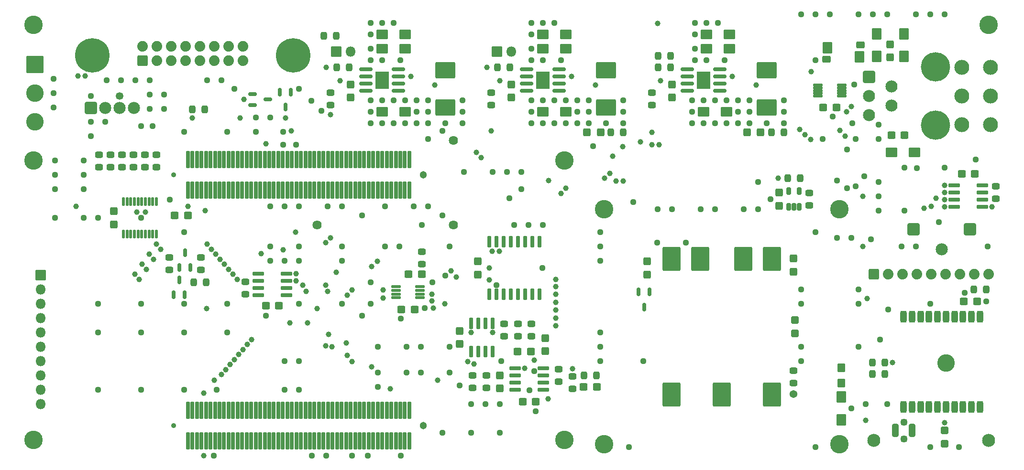
<source format=gbr>
G04 #@! TF.GenerationSoftware,KiCad,Pcbnew,8.0.6*
G04 #@! TF.CreationDate,2025-01-24T10:30:09-05:00*
G04 #@! TF.ProjectId,clock,636c6f63-6b2e-46b6-9963-61645f706362,rev?*
G04 #@! TF.SameCoordinates,Original*
G04 #@! TF.FileFunction,Soldermask,Top*
G04 #@! TF.FilePolarity,Negative*
%FSLAX46Y46*%
G04 Gerber Fmt 4.6, Leading zero omitted, Abs format (unit mm)*
G04 Created by KiCad (PCBNEW 8.0.6) date 2025-01-24 10:30:09*
%MOMM*%
%LPD*%
G01*
G04 APERTURE LIST*
G04 Aperture macros list*
%AMRoundRect*
0 Rectangle with rounded corners*
0 $1 Rounding radius*
0 $2 $3 $4 $5 $6 $7 $8 $9 X,Y pos of 4 corners*
0 Add a 4 corners polygon primitive as box body*
4,1,4,$2,$3,$4,$5,$6,$7,$8,$9,$2,$3,0*
0 Add four circle primitives for the rounded corners*
1,1,$1+$1,$2,$3*
1,1,$1+$1,$4,$5*
1,1,$1+$1,$6,$7*
1,1,$1+$1,$8,$9*
0 Add four rect primitives between the rounded corners*
20,1,$1+$1,$2,$3,$4,$5,0*
20,1,$1+$1,$4,$5,$6,$7,0*
20,1,$1+$1,$6,$7,$8,$9,0*
20,1,$1+$1,$8,$9,$2,$3,0*%
G04 Aperture macros list end*
%ADD10RoundRect,0.050800X0.850000X-0.850000X0.850000X0.850000X-0.850000X0.850000X-0.850000X-0.850000X0*%
%ADD11O,1.801600X1.801600*%
%ADD12RoundRect,0.175400X-0.175400X0.850400X-0.175400X-0.850400X0.175400X-0.850400X0.175400X0.850400X0*%
%ADD13RoundRect,0.175400X-0.850400X-0.175400X0.850400X-0.175400X0.850400X0.175400X-0.850400X0.175400X0*%
%ADD14RoundRect,0.112900X-0.750400X-0.112900X0.750400X-0.112900X0.750400X0.112900X-0.750400X0.112900X0*%
%ADD15RoundRect,0.175400X0.850400X0.175400X-0.850400X0.175400X-0.850400X-0.175400X0.850400X-0.175400X0*%
%ADD16RoundRect,0.262500X-0.804300X-0.804300X0.804300X-0.804300X0.804300X0.804300X-0.804300X0.804300X0*%
%ADD17C,2.133600*%
%ADD18RoundRect,0.258333X1.316467X-1.887967X1.316467X1.887967X-1.316467X1.887967X-1.316467X-1.887967X0*%
%ADD19RoundRect,0.157900X0.157900X-0.882900X0.157900X0.882900X-0.157900X0.882900X-0.157900X-0.882900X0*%
%ADD20RoundRect,0.265875X-0.584925X0.784925X-0.584925X-0.784925X0.584925X-0.784925X0.584925X0.784925X0*%
%ADD21RoundRect,0.265875X0.784925X0.584925X-0.784925X0.584925X-0.784925X-0.584925X0.784925X-0.584925X0*%
%ADD22C,5.181600*%
%ADD23RoundRect,0.258912X-1.491888X1.216888X-1.491888X-1.216888X1.491888X-1.216888X1.491888X1.216888X0*%
%ADD24RoundRect,0.258467X-1.292333X1.292333X-1.292333X-1.292333X1.292333X-1.292333X1.292333X1.292333X0*%
%ADD25C,3.101600*%
%ADD26C,1.351600*%
%ADD27RoundRect,0.262451X-0.808349X-0.808349X0.808349X-0.808349X0.808349X0.808349X-0.808349X0.808349X0*%
%ADD28C,2.141600*%
%ADD29RoundRect,0.275400X-0.275400X0.275400X-0.275400X-0.275400X0.275400X-0.275400X0.275400X0.275400X0*%
%ADD30RoundRect,0.274190X-0.301610X0.876610X-0.301610X-0.876610X0.301610X-0.876610X0.301610X0.876610X0*%
%ADD31C,2.301600*%
%ADD32RoundRect,0.264286X-0.675514X-0.675514X0.675514X-0.675514X0.675514X0.675514X-0.675514X0.675514X0*%
%ADD33C,1.879600*%
%ADD34RoundRect,0.275400X-0.275400X0.775400X-0.275400X-0.775400X0.275400X-0.775400X0.275400X0.775400X0*%
%ADD35R,2.400000X3.100000*%
%ADD36RoundRect,0.150400X-1.000400X-0.150400X1.000400X-0.150400X1.000400X0.150400X-1.000400X0.150400X0*%
%ADD37C,3.276600*%
%ADD38RoundRect,0.265875X0.584925X-0.784925X0.584925X0.784925X-0.584925X0.784925X-0.584925X-0.784925X0*%
%ADD39RoundRect,0.265875X-0.784925X-0.584925X0.784925X-0.584925X0.784925X0.584925X-0.784925X0.584925X0*%
%ADD40RoundRect,0.265385X0.610915X0.788715X-0.610915X0.788715X-0.610915X-0.788715X0.610915X-0.788715X0*%
%ADD41RoundRect,0.272222X0.477078X0.350078X-0.477078X0.350078X-0.477078X-0.350078X0.477078X-0.350078X0*%
%ADD42RoundRect,0.125400X-0.737900X-0.125400X0.737900X-0.125400X0.737900X0.125400X-0.737900X0.125400X0*%
%ADD43C,0.901600*%
%ADD44C,1.301600*%
%ADD45RoundRect,0.150400X-0.150400X-1.400400X0.150400X-1.400400X0.150400X1.400400X-0.150400X1.400400X0*%
%ADD46RoundRect,0.125400X0.125400X-0.662900X0.125400X0.662900X-0.125400X0.662900X-0.125400X-0.662900X0*%
%ADD47RoundRect,0.262451X0.808349X0.808349X-0.808349X0.808349X-0.808349X-0.808349X0.808349X-0.808349X0*%
%ADD48C,1.117600*%
%ADD49C,6.101600*%
%ADD50RoundRect,0.264286X0.675514X-0.675514X0.675514X0.675514X-0.675514X0.675514X-0.675514X-0.675514X0*%
%ADD51RoundRect,0.175400X-0.175400X0.575400X-0.175400X-0.575400X0.175400X-0.575400X0.175400X0.575400X0*%
%ADD52C,2.641600*%
%ADD53RoundRect,0.175400X0.175400X-0.575400X0.175400X0.575400X-0.175400X0.575400X-0.175400X-0.575400X0*%
%ADD54RoundRect,0.175400X-0.575400X-0.175400X0.575400X-0.175400X0.575400X0.175400X-0.575400X0.175400X0*%
%ADD55RoundRect,0.270320X0.430480X0.405480X-0.430480X0.405480X-0.430480X-0.405480X0.430480X-0.405480X0*%
%ADD56RoundRect,0.270320X-0.430480X-0.405480X0.430480X-0.405480X0.430480X0.405480X-0.430480X0.405480X0*%
%ADD57RoundRect,0.270320X-0.405480X0.430480X-0.405480X-0.430480X0.405480X-0.430480X0.405480X0.430480X0*%
%ADD58RoundRect,0.270320X0.405480X-0.430480X0.405480X0.430480X-0.405480X0.430480X-0.405480X-0.430480X0*%
%ADD59RoundRect,0.275400X0.425400X-0.275400X0.425400X0.275400X-0.425400X0.275400X-0.425400X-0.275400X0*%
%ADD60RoundRect,0.275400X-0.425400X0.275400X-0.425400X-0.275400X0.425400X-0.275400X0.425400X0.275400X0*%
%ADD61RoundRect,0.275400X-0.275400X-0.425400X0.275400X-0.425400X0.275400X0.425400X-0.275400X0.425400X0*%
%ADD62RoundRect,0.275400X0.275400X0.425400X-0.275400X0.425400X-0.275400X-0.425400X0.275400X-0.425400X0*%
%ADD63RoundRect,0.269538X-0.431262X0.531262X-0.431262X-0.531262X0.431262X-0.531262X0.431262X0.531262X0*%
%ADD64RoundRect,0.200400X0.200400X-0.450400X0.200400X0.450400X-0.200400X0.450400X-0.200400X-0.450400X0*%
%ADD65RoundRect,0.271167X-0.429633X0.379633X-0.429633X-0.379633X0.429633X-0.379633X0.429633X0.379633X0*%
%ADD66RoundRect,0.271167X0.429633X-0.379633X0.429633X0.379633X-0.429633X0.379633X-0.429633X-0.379633X0*%
%ADD67RoundRect,0.271167X-0.379633X-0.429633X0.379633X-0.429633X0.379633X0.429633X-0.379633X0.429633X0*%
%ADD68RoundRect,0.050800X0.850000X0.850000X-0.850000X0.850000X-0.850000X-0.850000X0.850000X-0.850000X0*%
%ADD69C,0.990600*%
%ADD70C,1.625600*%
%ADD71C,1.371600*%
G04 APERTURE END LIST*
D10*
X276352000Y-173736000D03*
D11*
X278892000Y-173736000D03*
D10*
X247904000Y-173736000D03*
D11*
X250444000Y-173736000D03*
D12*
X275590000Y-221934000D03*
X274320000Y-221934000D03*
X273050000Y-221934000D03*
X271780000Y-221934000D03*
X271780000Y-226884000D03*
X273050000Y-226884000D03*
X274320000Y-226884000D03*
X275590000Y-226884000D03*
D13*
X279592000Y-229870000D03*
X279592000Y-231140000D03*
X279592000Y-232410000D03*
X279592000Y-233680000D03*
X284542000Y-233680000D03*
X284542000Y-232410000D03*
X284542000Y-231140000D03*
X284542000Y-229870000D03*
D14*
X333167500Y-179644800D03*
X333167500Y-180144800D03*
X333167500Y-180644800D03*
X333167500Y-181144800D03*
X333167500Y-181644800D03*
X337392500Y-181644800D03*
X337392500Y-181144800D03*
X337392500Y-180644800D03*
X337392500Y-180144800D03*
X337392500Y-179644800D03*
D15*
X239076000Y-216916000D03*
X239076000Y-215646000D03*
X239076000Y-214376000D03*
X239076000Y-213106000D03*
X234126000Y-213106000D03*
X234126000Y-214376000D03*
X234126000Y-215646000D03*
X234126000Y-216916000D03*
D13*
X357316000Y-197485000D03*
X357316000Y-198755000D03*
X357316000Y-200025000D03*
X357316000Y-201295000D03*
X362266000Y-201295000D03*
X362266000Y-200025000D03*
X362266000Y-198755000D03*
X362266000Y-197485000D03*
D16*
X342239600Y-178206400D03*
D17*
X346240100Y-179908200D03*
X342239600Y-181610000D03*
X346240100Y-183311800D03*
X342239600Y-185013600D03*
D18*
X307213000Y-234507000D03*
X316103000Y-234507000D03*
X324993000Y-234507000D03*
X324993000Y-210501000D03*
X319913000Y-210501000D03*
X312293000Y-210501000D03*
X307213000Y-210501000D03*
D19*
X274955000Y-216775000D03*
X276225000Y-216775000D03*
X277495000Y-216775000D03*
X278765000Y-216775000D03*
X280035000Y-216775000D03*
X281305000Y-216775000D03*
X282575000Y-216775000D03*
X283845000Y-216775000D03*
X283845000Y-207405000D03*
X282575000Y-207405000D03*
X281305000Y-207405000D03*
X280035000Y-207405000D03*
X278765000Y-207405000D03*
X277495000Y-207405000D03*
X276225000Y-207405000D03*
X274955000Y-207405000D03*
D20*
X337312000Y-234982000D03*
X337312000Y-238982000D03*
D21*
X317468000Y-170688000D03*
X313468000Y-170688000D03*
X288512000Y-170688000D03*
X284512000Y-170688000D03*
X260064000Y-170688000D03*
X256064000Y-170688000D03*
X317468000Y-173228000D03*
X313468000Y-173228000D03*
X288512000Y-173228000D03*
X284512000Y-173228000D03*
X260064000Y-173228000D03*
X256064000Y-173228000D03*
X316960000Y-184404000D03*
X312960000Y-184404000D03*
X288512000Y-184404000D03*
X284512000Y-184404000D03*
X260064000Y-184404000D03*
X256064000Y-184404000D03*
D22*
X353974400Y-176466500D03*
X353974400Y-186753500D03*
D23*
X324104000Y-177065000D03*
X324104000Y-183615000D03*
X295656000Y-177065000D03*
X295656000Y-183615000D03*
X267208000Y-177065000D03*
X267208000Y-183615000D03*
D24*
X194564000Y-176022000D03*
D25*
X194564000Y-181102000D03*
X194564000Y-186182000D03*
D26*
X209550000Y-181609000D03*
D27*
X204470000Y-183769000D03*
D28*
X207010000Y-183769000D03*
X209550000Y-183769000D03*
X212090000Y-183769000D03*
D29*
X348361000Y-239419000D03*
D30*
X349836000Y-240919000D03*
X346886000Y-240919000D03*
D29*
X348361000Y-242419000D03*
D31*
X343027000Y-242681000D03*
X363347000Y-242681000D03*
D32*
X343027000Y-213217000D03*
D33*
X345567000Y-213217000D03*
X348107000Y-213217000D03*
X350647000Y-213217000D03*
X353187000Y-213217000D03*
X355727000Y-213217000D03*
X358267000Y-213217000D03*
X360807000Y-213217000D03*
X363347000Y-213217000D03*
D25*
X355892000Y-228927000D03*
D34*
X361842000Y-220727000D03*
X360342000Y-220727000D03*
X358842000Y-220727000D03*
X357342000Y-220727000D03*
X355842000Y-220727000D03*
X354342000Y-220727000D03*
X352842000Y-220727000D03*
X351342000Y-220727000D03*
X349842000Y-220727000D03*
X348342000Y-220727000D03*
X348342000Y-236727000D03*
X349842000Y-236727000D03*
X351342000Y-236727000D03*
X352842000Y-236727000D03*
X354342000Y-236727000D03*
X355842000Y-236727000D03*
X357342000Y-236727000D03*
X358842000Y-236727000D03*
X360342000Y-236727000D03*
X361842000Y-236727000D03*
D35*
X312928000Y-178816000D03*
D36*
X310053000Y-176911000D03*
X310053000Y-178181000D03*
X310053000Y-179451000D03*
X310053000Y-180721000D03*
X315803000Y-180721000D03*
X315803000Y-179451000D03*
X315803000Y-178181000D03*
X315803000Y-176911000D03*
D35*
X284480000Y-178816000D03*
D36*
X281605000Y-176911000D03*
X281605000Y-178181000D03*
X281605000Y-179451000D03*
X281605000Y-180721000D03*
X287355000Y-180721000D03*
X287355000Y-179451000D03*
X287355000Y-178181000D03*
X287355000Y-176911000D03*
D35*
X256032000Y-178816000D03*
D36*
X253157000Y-176911000D03*
X253157000Y-178181000D03*
X253157000Y-179451000D03*
X253157000Y-180721000D03*
X258907000Y-180721000D03*
X258907000Y-179451000D03*
X258907000Y-178181000D03*
X258907000Y-176911000D03*
D37*
X288315400Y-242570000D03*
X288315400Y-193040000D03*
X194335400Y-242570000D03*
X194335400Y-193040000D03*
D38*
X343535000Y-174593000D03*
X343535000Y-170593000D03*
D39*
X346234000Y-191643000D03*
X350234000Y-191643000D03*
D40*
X340550500Y-174701200D03*
X334835500Y-173024800D03*
D41*
X340677500Y-172593000D03*
X334708500Y-175133000D03*
D42*
X258491500Y-215433000D03*
X258491500Y-216083000D03*
X258491500Y-216733000D03*
X258491500Y-217383000D03*
X262716500Y-217383000D03*
X262716500Y-216733000D03*
X262716500Y-216083000D03*
X262716500Y-215433000D03*
D43*
X219147200Y-195592700D03*
D44*
X263347200Y-195592700D03*
D45*
X221647200Y-192892700D03*
X221647200Y-198292700D03*
X222447200Y-192892700D03*
X222447200Y-198292700D03*
X223247200Y-192892700D03*
X223247200Y-198292700D03*
X224047200Y-192892700D03*
X224047200Y-198292700D03*
X224847200Y-192892700D03*
X224847200Y-198292700D03*
X225647200Y-192892700D03*
X225647200Y-198292700D03*
X226447200Y-192892700D03*
X226447200Y-198292700D03*
X227247200Y-192892700D03*
X227247200Y-198292700D03*
X228047200Y-192892700D03*
X228047200Y-198292700D03*
X228847200Y-192892700D03*
X228847200Y-198292700D03*
X229647200Y-192892700D03*
X229647200Y-198292700D03*
X230447200Y-192892700D03*
X230447200Y-198292700D03*
X231247200Y-192892700D03*
X231247200Y-198292700D03*
X232047200Y-192892700D03*
X232047200Y-198292700D03*
X232847200Y-192892700D03*
X232847200Y-198292700D03*
X233647200Y-192892700D03*
X233647200Y-198292700D03*
X234447200Y-192892700D03*
X234447200Y-198292700D03*
X235247200Y-192892700D03*
X235247200Y-198292700D03*
X236047200Y-192892700D03*
X236047200Y-198292700D03*
X236847200Y-192892700D03*
X236847200Y-198292700D03*
X237647200Y-192892700D03*
X237647200Y-198292700D03*
X238447200Y-192892700D03*
X238447200Y-198292700D03*
X239247200Y-192892700D03*
X239247200Y-198292700D03*
X240047200Y-192892700D03*
X240047200Y-198292700D03*
X240847200Y-192892700D03*
X240847200Y-198292700D03*
X241647200Y-192892700D03*
X241647200Y-198292700D03*
X242447200Y-192892700D03*
X242447200Y-198292700D03*
X243247200Y-192892700D03*
X243247200Y-198292700D03*
X244047200Y-192892700D03*
X244047200Y-198292700D03*
X244847200Y-192892700D03*
X244847200Y-198292700D03*
X245647200Y-192892700D03*
X245647200Y-198292700D03*
X246447200Y-192892700D03*
X246447200Y-198292700D03*
X247247200Y-192892700D03*
X247247200Y-198292700D03*
X248047200Y-192892700D03*
X248047200Y-198292700D03*
X248847200Y-192892700D03*
X248847200Y-198292700D03*
X249647200Y-192892700D03*
X249647200Y-198292700D03*
X250447200Y-192892700D03*
X250447200Y-198292700D03*
X251247200Y-192892700D03*
X251247200Y-198292700D03*
X252047200Y-192892700D03*
X252047200Y-198292700D03*
X252847200Y-192892700D03*
X252847200Y-198292700D03*
X253647200Y-192892700D03*
X253647200Y-198292700D03*
X254447200Y-192892700D03*
X254447200Y-198292700D03*
X255247200Y-192892700D03*
X255247200Y-198292700D03*
X256047200Y-192892700D03*
X256047200Y-198292700D03*
X256847200Y-192892700D03*
X256847200Y-198292700D03*
X257647200Y-192892700D03*
X257647200Y-198292700D03*
X258447200Y-192892700D03*
X258447200Y-198292700D03*
X259247200Y-192892700D03*
X259247200Y-198292700D03*
X260047200Y-192892700D03*
X260047200Y-198292700D03*
X260847200Y-192892700D03*
X260847200Y-198292700D03*
D43*
X219147200Y-240042700D03*
D44*
X263347200Y-240042700D03*
D45*
X221647200Y-237342700D03*
X221647200Y-242742700D03*
X222447200Y-237342700D03*
X222447200Y-242742700D03*
X223247200Y-237342700D03*
X223247200Y-242742700D03*
X224047200Y-237342700D03*
X224047200Y-242742700D03*
X224847200Y-237342700D03*
X224847200Y-242742700D03*
X225647200Y-237342700D03*
X225647200Y-242742700D03*
X226447200Y-237342700D03*
X226447200Y-242742700D03*
X227247200Y-237342700D03*
X227247200Y-242742700D03*
X228047200Y-237342700D03*
X228047200Y-242742700D03*
X228847200Y-237342700D03*
X228847200Y-242742700D03*
X229647200Y-237342700D03*
X229647200Y-242742700D03*
X230447200Y-237342700D03*
X230447200Y-242742700D03*
X231247200Y-237342700D03*
X231247200Y-242742700D03*
X232047200Y-237342700D03*
X232047200Y-242742700D03*
X232847200Y-237342700D03*
X232847200Y-242742700D03*
X233647200Y-237342700D03*
X233647200Y-242742700D03*
X234447200Y-237342700D03*
X234447200Y-242742700D03*
X235247200Y-237342700D03*
X235247200Y-242742700D03*
X236047200Y-237342700D03*
X236047200Y-242742700D03*
X236847200Y-237342700D03*
X236847200Y-242742700D03*
X237647200Y-237342700D03*
X237647200Y-242742700D03*
X238447200Y-237342700D03*
X238447200Y-242742700D03*
X239247200Y-237342700D03*
X239247200Y-242742700D03*
X240047200Y-237342700D03*
X240047200Y-242742700D03*
X240847200Y-237342700D03*
X240847200Y-242742700D03*
X241647200Y-237342700D03*
X241647200Y-242742700D03*
X242447200Y-237342700D03*
X242447200Y-242742700D03*
X243247200Y-237342700D03*
X243247200Y-242742700D03*
X244047200Y-237342700D03*
X244047200Y-242742700D03*
X244847200Y-237342700D03*
X244847200Y-242742700D03*
X245647200Y-237342700D03*
X245647200Y-242742700D03*
X246447200Y-237342700D03*
X246447200Y-242742700D03*
X247247200Y-237342700D03*
X247247200Y-242742700D03*
X248047200Y-237342700D03*
X248047200Y-242742700D03*
X248847200Y-237342700D03*
X248847200Y-242742700D03*
X249647200Y-237342700D03*
X249647200Y-242742700D03*
X250447200Y-237342700D03*
X250447200Y-242742700D03*
X251247200Y-237342700D03*
X251247200Y-242742700D03*
X252047200Y-237342700D03*
X252047200Y-242742700D03*
X252847200Y-237342700D03*
X252847200Y-242742700D03*
X253647200Y-237342700D03*
X253647200Y-242742700D03*
X254447200Y-237342700D03*
X254447200Y-242742700D03*
X255247200Y-237342700D03*
X255247200Y-242742700D03*
X256047200Y-237342700D03*
X256047200Y-242742700D03*
X256847200Y-237342700D03*
X256847200Y-242742700D03*
X257647200Y-237342700D03*
X257647200Y-242742700D03*
X258447200Y-237342700D03*
X258447200Y-242742700D03*
X259247200Y-237342700D03*
X259247200Y-242742700D03*
X260047200Y-237342700D03*
X260047200Y-242742700D03*
X260847200Y-237342700D03*
X260847200Y-242742700D03*
D46*
X210224000Y-206041499D03*
X210874000Y-206041499D03*
X211524000Y-206041499D03*
X212174000Y-206041499D03*
X212824000Y-206041499D03*
X213474000Y-206041499D03*
X214124000Y-206041499D03*
X214774000Y-206041499D03*
X215424000Y-206041499D03*
X216074000Y-206041499D03*
X216074000Y-200316499D03*
X215424000Y-200316499D03*
X214774000Y-200316499D03*
X214124000Y-200316499D03*
X213474000Y-200316499D03*
X212824000Y-200316499D03*
X212174000Y-200316499D03*
X211524000Y-200316499D03*
X210874000Y-200316499D03*
X210224000Y-200316499D03*
D47*
X360092000Y-205232000D03*
X350092000Y-205232000D03*
D28*
X355092000Y-208832000D03*
D37*
X295275000Y-201676000D03*
X295275000Y-243332000D03*
X336931000Y-201676000D03*
X336931000Y-243332000D03*
X194335400Y-169037000D03*
X363347000Y-169037000D03*
D48*
X254000000Y-218440000D03*
X263525000Y-219202000D03*
X267970000Y-230632000D03*
X267970000Y-226060000D03*
X276860000Y-236220000D03*
X274320000Y-236220000D03*
X271780000Y-236220000D03*
X271780000Y-241300000D03*
X266700000Y-241300000D03*
X276860000Y-241300000D03*
X277114000Y-228600000D03*
X245237000Y-184277000D03*
X241300000Y-180340000D03*
X236220000Y-185420000D03*
X332740000Y-205740000D03*
X330200000Y-228600000D03*
X330200000Y-226060000D03*
X330200000Y-215900000D03*
X302260000Y-228600000D03*
X340360000Y-215900000D03*
X340360000Y-218440000D03*
X340360000Y-226060000D03*
X341630000Y-236220000D03*
X197866000Y-181102000D03*
X197866000Y-183642000D03*
X197866000Y-178562000D03*
X198120000Y-193040000D03*
X198120000Y-195580000D03*
X198120000Y-198120000D03*
X204470000Y-188722000D03*
X204470000Y-186182000D03*
X207010000Y-186182000D03*
X203200000Y-193040000D03*
X203200000Y-195580000D03*
X203200000Y-198120000D03*
X205740000Y-203200000D03*
X203200000Y-203200000D03*
X198120000Y-203200000D03*
X213360000Y-186944000D03*
X215392000Y-186944000D03*
X217424000Y-183896000D03*
X214884000Y-183896000D03*
X217424000Y-181356000D03*
X214884000Y-181356000D03*
X214884000Y-178816000D03*
X212344000Y-178816000D03*
X209804000Y-178816000D03*
X207264000Y-178816000D03*
X339852000Y-189230000D03*
X343916000Y-189230000D03*
X343916000Y-186690000D03*
X343916000Y-196850000D03*
X343916000Y-199390000D03*
X343916000Y-201930000D03*
X341376000Y-195834000D03*
X339852000Y-197612000D03*
X336550000Y-196596000D03*
X348488000Y-201930000D03*
X348488000Y-194310000D03*
X330200000Y-167132000D03*
X332740000Y-167132000D03*
X335280000Y-167132000D03*
X340360000Y-167132000D03*
X342900000Y-167132000D03*
X345440000Y-167132000D03*
X350520000Y-167132000D03*
X353060000Y-167132000D03*
X355600000Y-167132000D03*
X350520000Y-208280000D03*
X347980000Y-208280000D03*
X354584000Y-203962000D03*
X353060000Y-218440000D03*
X241300000Y-210820000D03*
X238760000Y-210820000D03*
X236220000Y-210820000D03*
X241300000Y-208280000D03*
X236220000Y-208280000D03*
X241300000Y-218440000D03*
X241300000Y-228600000D03*
X238760000Y-228600000D03*
X238760000Y-233680000D03*
X241300000Y-233680000D03*
X255270000Y-233172000D03*
X220980000Y-205740000D03*
X220980000Y-218440000D03*
X248920000Y-210820000D03*
X260350000Y-230632000D03*
X262890000Y-230632000D03*
X262890000Y-226060000D03*
X260350000Y-226060000D03*
X275590000Y-195072000D03*
X278130000Y-195072000D03*
X280670000Y-195072000D03*
X284480000Y-204470000D03*
X281940000Y-204470000D03*
X294640000Y-205740000D03*
X294640000Y-208280000D03*
X294640000Y-210820000D03*
X294640000Y-226060000D03*
X294640000Y-228600000D03*
X294640000Y-223520000D03*
X270510000Y-195072000D03*
X279400000Y-204470000D03*
X240792000Y-190246000D03*
X238506000Y-187960000D03*
X233680000Y-187960000D03*
X228600000Y-187960000D03*
X220980000Y-187960000D03*
X264160000Y-201168000D03*
X261620000Y-201168000D03*
D49*
X204704000Y-174387000D03*
X240304000Y-174387000D03*
D50*
X213614000Y-175387000D03*
D33*
X213614000Y-172847000D03*
X216154000Y-175387000D03*
X216154000Y-172847000D03*
X218694000Y-175387000D03*
X218694000Y-172847000D03*
X221234000Y-175387000D03*
X221234000Y-172847000D03*
X223774000Y-175387000D03*
X223774000Y-172847000D03*
X226314000Y-175387000D03*
X226314000Y-172847000D03*
X228854000Y-175387000D03*
X228854000Y-172847000D03*
X231394000Y-175387000D03*
X231394000Y-172847000D03*
D48*
X248920000Y-208280000D03*
X256540000Y-208280000D03*
X259080000Y-208280000D03*
X267970000Y-208280000D03*
X284353000Y-212090000D03*
D51*
X303337000Y-216328000D03*
X301437000Y-216328000D03*
X302387000Y-219028000D03*
D48*
X322571329Y-196858671D03*
X314960000Y-201676000D03*
X307340000Y-201676000D03*
X304800000Y-201676000D03*
D52*
X363728000Y-181610000D03*
X363728000Y-176530000D03*
X363728000Y-186690000D03*
X358648000Y-186690000D03*
X358648000Y-181610000D03*
X358648000Y-176530000D03*
D48*
X255270000Y-226060000D03*
X246126000Y-245364000D03*
X250698000Y-245364000D03*
X344170000Y-224790000D03*
X309753000Y-207645000D03*
X304673000Y-207645000D03*
X204470000Y-181610000D03*
X225044000Y-178816000D03*
X227584000Y-178816000D03*
X205740000Y-223520000D03*
X220980000Y-223520000D03*
X213360000Y-223520000D03*
X213360000Y-218440000D03*
X205740000Y-218440000D03*
X205740000Y-233680000D03*
X213360000Y-233680000D03*
X220980000Y-233680000D03*
X330200000Y-218440000D03*
X228600000Y-223520000D03*
X228600000Y-218440000D03*
X353060000Y-243840000D03*
X358140000Y-243840000D03*
X248920000Y-201168000D03*
X236220000Y-201168000D03*
X238760000Y-201168000D03*
X241300000Y-201168000D03*
X336550000Y-206756000D03*
X339090000Y-206756000D03*
X299720000Y-243840000D03*
X332740000Y-243840000D03*
X255270000Y-230632000D03*
X363220000Y-208280000D03*
X312420000Y-201676000D03*
X320040000Y-201676000D03*
X322580000Y-201676000D03*
X233680000Y-185420000D03*
D38*
X348361000Y-174593000D03*
X348361000Y-170593000D03*
D48*
X339598000Y-179578000D03*
X332740000Y-175260000D03*
X334010000Y-189230000D03*
X293370000Y-190500000D03*
X280670000Y-198120000D03*
D53*
X219141000Y-216869000D03*
X221041000Y-216869000D03*
X220091000Y-214169000D03*
X220157000Y-212043000D03*
X222057000Y-212043000D03*
X221107000Y-209343000D03*
D54*
X233092000Y-181295000D03*
X233092000Y-183195000D03*
X235792000Y-182245000D03*
D51*
X239837000Y-180895000D03*
X237937000Y-180895000D03*
X238887000Y-183595000D03*
D55*
X283217000Y-235839000D03*
X280917000Y-235839000D03*
D56*
X259454000Y-219456000D03*
X261754000Y-219456000D03*
D57*
X276860000Y-231133000D03*
X276860000Y-233433000D03*
D55*
X263024000Y-213233000D03*
X260724000Y-213233000D03*
D58*
X269748000Y-225559000D03*
X269748000Y-223259000D03*
D56*
X280028000Y-226949000D03*
X282328000Y-226949000D03*
D58*
X284861000Y-226829000D03*
X284861000Y-224529000D03*
D55*
X336430000Y-183642000D03*
X334130000Y-183642000D03*
D58*
X302895000Y-213240000D03*
X302895000Y-210940000D03*
D57*
X328803000Y-210432000D03*
X328803000Y-212732000D03*
D58*
X345948000Y-174759000D03*
X345948000Y-172459000D03*
D56*
X346195000Y-188595000D03*
X348495000Y-188595000D03*
D55*
X294012000Y-233172000D03*
X291712000Y-233172000D03*
D57*
X326263000Y-198748000D03*
X326263000Y-201048000D03*
D55*
X361322000Y-218059000D03*
X359022000Y-218059000D03*
D57*
X208534000Y-202050000D03*
X208534000Y-204350000D03*
D55*
X221622000Y-202819000D03*
X219322000Y-202819000D03*
D57*
X307340000Y-179571000D03*
X307340000Y-181871000D03*
X278892000Y-179571000D03*
X278892000Y-181871000D03*
X250444000Y-179571000D03*
X250444000Y-181871000D03*
D56*
X235451000Y-218821000D03*
X237751000Y-218821000D03*
D55*
X360941000Y-195453000D03*
X358641000Y-195453000D03*
D58*
X272923000Y-213240000D03*
X272923000Y-210940000D03*
D59*
X272034000Y-233383000D03*
X272034000Y-231183000D03*
D60*
X274447000Y-231183000D03*
X274447000Y-233383000D03*
X263017000Y-209212000D03*
X263017000Y-211412000D03*
D59*
X277622000Y-224239000D03*
X277622000Y-222039000D03*
D60*
X280035000Y-222039000D03*
X280035000Y-224239000D03*
X282448000Y-222039000D03*
X282448000Y-224239000D03*
X331597000Y-198798000D03*
X331597000Y-200998000D03*
D61*
X327830000Y-196215000D03*
X330030000Y-196215000D03*
D60*
X287274000Y-230040000D03*
X287274000Y-232240000D03*
D59*
X289687000Y-233510000D03*
X289687000Y-231310000D03*
D62*
X293962000Y-231140000D03*
X291762000Y-231140000D03*
X345016000Y-228854000D03*
X342816000Y-228854000D03*
D61*
X342816000Y-230886000D03*
X345016000Y-230886000D03*
D62*
X362923000Y-215900000D03*
X360723000Y-215900000D03*
D60*
X207899000Y-192067000D03*
X207899000Y-194267000D03*
X209931000Y-192067000D03*
X209931000Y-194267000D03*
X211963000Y-192067000D03*
X211963000Y-194267000D03*
X213995000Y-192067000D03*
X213995000Y-194267000D03*
X205867000Y-192067000D03*
X205867000Y-194267000D03*
D62*
X224620000Y-184023000D03*
X222420000Y-184023000D03*
D61*
X222674000Y-214630000D03*
X224874000Y-214630000D03*
D59*
X218313000Y-212428000D03*
X218313000Y-210228000D03*
D60*
X223901000Y-210228000D03*
X223901000Y-212428000D03*
X216027000Y-192067000D03*
X216027000Y-194267000D03*
D62*
X307043000Y-174498000D03*
X304843000Y-174498000D03*
X307043000Y-176530000D03*
X304843000Y-176530000D03*
X278595000Y-176530000D03*
X276395000Y-176530000D03*
X250147000Y-176530000D03*
X247947000Y-176530000D03*
D59*
X303784000Y-183218000D03*
X303784000Y-181018000D03*
X275336000Y-183218000D03*
X275336000Y-181018000D03*
X246888000Y-183218000D03*
X246888000Y-181018000D03*
D61*
X245661000Y-170942000D03*
X247861000Y-170942000D03*
D48*
X243459000Y-182499000D03*
X238506000Y-190246000D03*
D63*
X337312000Y-229790000D03*
X337312000Y-232490000D03*
D64*
X327980000Y-201298000D03*
X328930000Y-201298000D03*
X329880000Y-201298000D03*
X329880000Y-198498000D03*
X327980000Y-198498000D03*
D48*
X359156000Y-216535000D03*
X345440000Y-236220000D03*
X355600000Y-194310000D03*
X248920000Y-218440000D03*
X226695000Y-233680000D03*
X218440000Y-200025000D03*
D65*
X329057000Y-221304000D03*
X329057000Y-223704000D03*
D66*
X355600000Y-243262000D03*
X355600000Y-240862000D03*
D67*
X320618000Y-188087000D03*
X323018000Y-188087000D03*
X292297000Y-188087000D03*
X294697000Y-188087000D03*
D59*
X328803000Y-232494000D03*
X328803000Y-230294000D03*
D62*
X327109000Y-188087000D03*
X324909000Y-188087000D03*
X298661000Y-188087000D03*
X296461000Y-188087000D03*
D59*
X231775000Y-216746000D03*
X231775000Y-214546000D03*
D60*
X364617000Y-197655000D03*
X364617000Y-199855000D03*
D48*
X246380000Y-201168000D03*
X229870000Y-180340000D03*
X256540000Y-201168000D03*
X264922000Y-214630000D03*
X254000000Y-214630000D03*
X264160000Y-189230000D03*
D68*
X195580000Y-213360000D03*
D11*
X195580000Y-215900000D03*
X195580000Y-218440000D03*
X195580000Y-220980000D03*
X195580000Y-223520000D03*
X195580000Y-226060000D03*
X195580000Y-228600000D03*
X195580000Y-231140000D03*
X195580000Y-233680000D03*
X195580000Y-236220000D03*
D48*
X283210000Y-237490000D03*
X269748000Y-232918000D03*
X282956056Y-230378000D03*
X282067000Y-233807006D03*
X339090000Y-236982000D03*
X256032000Y-175260000D03*
X282448000Y-168656000D03*
X310896000Y-182372000D03*
X314960000Y-182372000D03*
X284480000Y-186436000D03*
X258064000Y-182372000D03*
X254000000Y-170688000D03*
X284480000Y-175260000D03*
X312928000Y-186436000D03*
X282448000Y-186436000D03*
X311404000Y-168656000D03*
X282448000Y-170688000D03*
X310896000Y-186436000D03*
X282448000Y-175260000D03*
X311404000Y-170688000D03*
X282448000Y-184404000D03*
X315468000Y-168656000D03*
X254000000Y-173228000D03*
X311404000Y-175260000D03*
X312928000Y-182372000D03*
X286512000Y-168656000D03*
X310896000Y-184404000D03*
X286512000Y-182372000D03*
X286512000Y-186436000D03*
X313436000Y-175260000D03*
X254000000Y-175260000D03*
X258064000Y-168656000D03*
X284480000Y-168656000D03*
X254000000Y-182372000D03*
X254000000Y-168655992D03*
X256032000Y-186436000D03*
X258064000Y-186436000D03*
X256032000Y-168656000D03*
X284480000Y-182372000D03*
X256032000Y-182372000D03*
X314960000Y-186436000D03*
X311404000Y-173228000D03*
X313436000Y-168656000D03*
X254000000Y-186436000D03*
X282448000Y-182372000D03*
X254000000Y-184404000D03*
X282448000Y-173228000D03*
X290576000Y-184404000D03*
X290576000Y-186436000D03*
X298704000Y-182372000D03*
X288544000Y-186436000D03*
X266700000Y-187833000D03*
X253492000Y-245364000D03*
X338328000Y-191135000D03*
X288544000Y-182372000D03*
X252476006Y-202818980D03*
X300482000Y-200406000D03*
X213360000Y-203200000D03*
X235458000Y-220599000D03*
X338328000Y-197993000D03*
X292608000Y-182372000D03*
X298704000Y-186436000D03*
X267208000Y-213487000D03*
X252476000Y-220598978D03*
X259334000Y-221107000D03*
X295656000Y-186436000D03*
X361061000Y-192913000D03*
X276225000Y-215138000D03*
X259334000Y-245364000D03*
X292608000Y-184404000D03*
X324739000Y-199898000D03*
D69*
X275336000Y-187833000D03*
D48*
X292608000Y-186436000D03*
X266700000Y-202818980D03*
X298704000Y-184404000D03*
X290576000Y-182372000D03*
X345567000Y-219456006D03*
X327152000Y-182372000D03*
X321056000Y-184404000D03*
X316992000Y-186436000D03*
D70*
X268605000Y-204470000D03*
D69*
X224917000Y-219329000D03*
X303784000Y-188087000D03*
D48*
X335788000Y-185293001D03*
X263017000Y-204470000D03*
X316992000Y-182372000D03*
X321056000Y-182372000D03*
D70*
X244475000Y-204470000D03*
D48*
X243586000Y-245364000D03*
X327152000Y-186436000D03*
D69*
X244475000Y-219329000D03*
D48*
X327152000Y-184404000D03*
X324104000Y-186436000D03*
X226187020Y-245364000D03*
X321056000Y-186436000D03*
X339217000Y-186436000D03*
X342519000Y-207010010D03*
X319024000Y-186436000D03*
D70*
X268605000Y-189484000D03*
D48*
X319024000Y-182372000D03*
X319024000Y-184404000D03*
D69*
X318008000Y-178181000D03*
X322199000Y-179705000D03*
X289560000Y-178181000D03*
X293751000Y-179705000D03*
X261112000Y-178181000D03*
X265303000Y-179705000D03*
X305308000Y-178943000D03*
X276860000Y-178943000D03*
D48*
X278511000Y-199771000D03*
X350647000Y-194437000D03*
D69*
X248539000Y-178943000D03*
D48*
X262128000Y-184404000D03*
X260096000Y-182372000D03*
X270256000Y-184404000D03*
X262128000Y-182372000D03*
X264160000Y-182372000D03*
X260096000Y-186436000D03*
X267208000Y-186436000D03*
X264160000Y-186436000D03*
X270256000Y-182372000D03*
X264160000Y-184404000D03*
D69*
X246888000Y-184912000D03*
D48*
X262128000Y-186436000D03*
X270256000Y-186436000D03*
D69*
X326136000Y-196215000D03*
X238506006Y-208915000D03*
X355600000Y-239522000D03*
X222377000Y-185547000D03*
X202184000Y-178054000D03*
X304800000Y-168783000D03*
X255143000Y-210947000D03*
X276733000Y-209169000D03*
X249808994Y-216916000D03*
X256159000Y-217424000D03*
X275463000Y-209169000D03*
X254127000Y-211836000D03*
X231521000Y-182245000D03*
X301752000Y-189738000D03*
X240665000Y-205740000D03*
X329946000Y-187579000D03*
X298577000Y-190627000D03*
X285496000Y-196596000D03*
X331978004Y-177292000D03*
X256159000Y-216027000D03*
X250698000Y-216027000D03*
X246380000Y-216281000D03*
X355600000Y-197485000D03*
X246888000Y-206756000D03*
X242570000Y-216281000D03*
X241935000Y-215138000D03*
X245999000Y-207645000D03*
X355600000Y-198755000D03*
X245999000Y-215138000D03*
X341122000Y-208280000D03*
X249682000Y-225425000D03*
X298704000Y-196723000D03*
X341122002Y-199390000D03*
X286765994Y-222377000D03*
X286766000Y-218186000D03*
X296291000Y-195326000D03*
X246507000Y-223901000D03*
X354076000Y-199771000D03*
X271780000Y-223520000D03*
X249809000Y-227584000D03*
X247142000Y-226060000D03*
X351917000Y-201549000D03*
X297434000Y-196723000D03*
X286766000Y-220980000D03*
X250698000Y-228727000D03*
X271145000Y-228727000D03*
X295402000Y-196215000D03*
X245999000Y-225933000D03*
X286766000Y-219583000D03*
X353187000Y-201168000D03*
X272288000Y-229108000D03*
X254127000Y-229616000D03*
X239649000Y-221869000D03*
X274955000Y-214248990D03*
X267081000Y-218440000D03*
X269113000Y-213741000D03*
X257429000Y-233553000D03*
X341630000Y-239141000D03*
X239903000Y-187833000D03*
X273558000Y-192532000D03*
X265811000Y-232029000D03*
X226314000Y-232029000D03*
X272669000Y-191643000D03*
X224663000Y-201930000D03*
X246126000Y-176530000D03*
X274574000Y-176530000D03*
X235458000Y-190119006D03*
X238887000Y-185547000D03*
X212598000Y-202184000D03*
X230886000Y-185547000D03*
X213487000Y-211455000D03*
X228092000Y-211455000D03*
X215519000Y-210566000D03*
X227330000Y-210566000D03*
X214757000Y-209677000D03*
X226568000Y-209677000D03*
X225806000Y-208788000D03*
X216789000Y-208788000D03*
X230378000Y-214122000D03*
X212979000Y-214122000D03*
X285369000Y-235331000D03*
X282956000Y-228473000D03*
X281241754Y-229870000D03*
X305054000Y-190246000D03*
X330835000Y-188468000D03*
X331851000Y-189357000D03*
X303784000Y-190246000D03*
D48*
X362966006Y-218059000D03*
D69*
X286766000Y-215392000D03*
X264795000Y-216789000D03*
X337947000Y-188722000D03*
X287655000Y-198882000D03*
X339090000Y-183515000D03*
X275590000Y-223520000D03*
X288544000Y-197993000D03*
X264795000Y-217932000D03*
X337058006Y-187706000D03*
X338201000Y-184404000D03*
X286766000Y-216789000D03*
X240792000Y-214376000D03*
X240792000Y-213106000D03*
X355600000Y-200024990D03*
X355600000Y-201294994D03*
X289687000Y-229997000D03*
D71*
X328803000Y-234422000D03*
D48*
X287655000Y-175260000D03*
X316611000Y-175260000D03*
X259207000Y-175260000D03*
D69*
X228854000Y-212344000D03*
X214249000Y-212344000D03*
X229616000Y-213233000D03*
X212217000Y-213233000D03*
X214122000Y-202184000D03*
X232918000Y-224790000D03*
X232156000Y-225679004D03*
X231394000Y-226568000D03*
X230632000Y-227457000D03*
X229870002Y-228345998D03*
X229108001Y-229234999D03*
X228346000Y-230124000D03*
X227584008Y-231013000D03*
X216027000Y-207899000D03*
X225044000Y-207899000D03*
X224409000Y-245364000D03*
X224409000Y-234315000D03*
X346329000Y-228854000D03*
X341884000Y-217551000D03*
X234569000Y-209550000D03*
X286766000Y-214122000D03*
X296799000Y-192278000D03*
X363982000Y-201295000D03*
X247904000Y-212852000D03*
X274955000Y-212090000D03*
X265049000Y-219202000D03*
X268224000Y-212598000D03*
X242824000Y-221869000D03*
X203454000Y-178054000D03*
X201803000Y-201168000D03*
X221615000Y-201167984D03*
M02*

</source>
